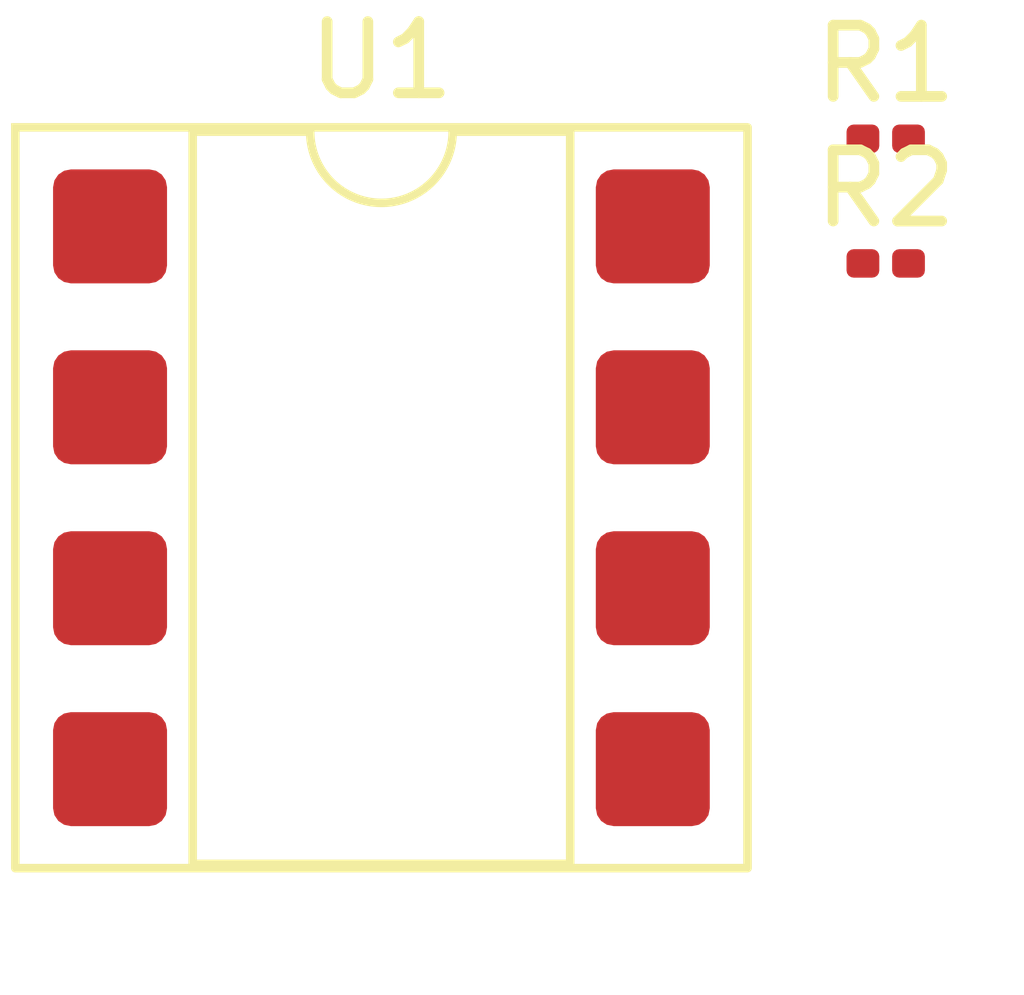
<source format=kicad_pcb>
(kicad_pcb (version 20241229) (generator "pcbnew") (generator_version "9.0")
  (layers (0 "F.Cu" signal) (2 "B.Cu" signal) (13 "F.Paste" user) (15 "B.Paste" user) (5 "F.SilkS" user "F.Silkscreen") (7 "B.SilkS" user "B.Silkscreen") (1 "F.Mask" user) (3 "B.Mask" user) (25 "Edge.Cuts" user))
  (net 0 "")
  (net 1 "Net-(U1-+)")
  (net 3 "Net-(R2-Pad2)")
  (net 8 "GND")
  (footprint "Resistor_SMD:R_0201_0603Metric" (layer "F.Cu") (at 201.136 77.863)
    (property "Reference" "R2" (at 0 -1.05 0) (layer "F.SilkS"))
    (property "Value" "100k")
    (pad "1" smd roundrect (at -0.32 0) (size 0.46 0.4) (layers "F.Cu" "F.Mask") (net 1 "Net-(U1-+)"))
    (pad "2" smd roundrect (at 0.32 0) (size 0.46 0.4) (layers "F.Cu" "F.Mask") (net 3 "Net-(R2-Pad2)"))
  )
  (footprint "Resistor_SMD:R_0201_0603Metric" (layer "F.Cu") (at 201.136 76.113)
    (property "Reference" "R1" (at 0 -1.05 0) (layer "F.SilkS"))
    (property "Value" "1k")
    (pad "1" smd roundrect (at -0.32 0) (size 0.46 0.4) (layers "F.Cu" "F.Mask") (net 1 "Net-(U1-+)"))
    (pad "2" smd roundrect (at 0.32 0) (size 0.46 0.4) (layers "F.Cu" "F.Mask"))
  )
  (footprint "Package_DIP:DIP-8_W7.62mm_SMDSocket_SmallPads" (layer "F.Cu") (at 194.056 81.153)
    (property "Reference" "U1" (at 0 -6.14 0) (layer "F.SilkS"))
    (property "Value" "LM741")
    (fp_line (start -2.65 -5.14) (end -2.65 5.14) (stroke (width 0.12)) (layer "F.SilkS"))
    (fp_line (start -2.65 5.14) (end 2.65 5.14) (stroke (width 0.12)) (layer "F.SilkS"))
    (fp_line (start -1 -5.14) (end -2.65 -5.14) (stroke (width 0.12)) (layer "F.SilkS"))
    (fp_line (start 2.65 -5.14) (end 1 -5.14) (stroke (width 0.12)) (layer "F.SilkS"))
    (fp_line (start 2.65 5.14) (end 2.65 -5.14) (stroke (width 0.12)) (layer "F.SilkS"))
    (fp_rect (start -5.14 -5.2) (end 5.14 5.2) (stroke (width 0.12)) (fill no) (layer "F.SilkS"))
    (fp_arc (start 1 -5.14) (mid 0 -4.14) (end -1 -5.14) (stroke (width 0.12)) (layer "F.SilkS"))
    (pad "1" smd roundrect (at -3.81 -3.81) (size 1.6 1.6) (layers "F.Cu" "F.Mask" "F.Paste") (roundrect_rratio 0.15625))
    (pad "2" smd roundrect (at -3.81 -1.27) (size 1.6 1.6) (layers "F.Cu" "F.Mask" "F.Paste") (roundrect_rratio 0.15625) (net 8 "GND"))
    (pad "3" smd roundrect (at -3.81 1.27) (size 1.6 1.6) (layers "F.Cu" "F.Mask" "F.Paste") (roundrect_rratio 0.15625) (net 1 "Net-(U1-+)"))
    (pad "4" smd roundrect (at -3.81 3.81) (size 1.6 1.6) (layers "F.Cu" "F.Mask" "F.Paste") (roundrect_rratio 0.15625))
    (pad "5" smd roundrect (at 3.81 3.81) (size 1.6 1.6) (layers "F.Cu" "F.Mask" "F.Paste") (roundrect_rratio 0.15625))
    (pad "6" smd roundrect (at 3.81 1.27) (size 1.6 1.6) (layers "F.Cu" "F.Mask" "F.Paste") (roundrect_rratio 0.15625) (net 3 "Net-(R2-Pad2)"))
    (pad "7" smd roundrect (at 3.81 -1.27) (size 1.6 1.6) (layers "F.Cu" "F.Mask" "F.Paste") (roundrect_rratio 0.15625))
    (pad "8" smd roundrect (at 3.81 -3.81) (size 1.6 1.6) (layers "F.Cu" "F.Mask" "F.Paste") (roundrect_rratio 0.15625))
  )
)
</source>
